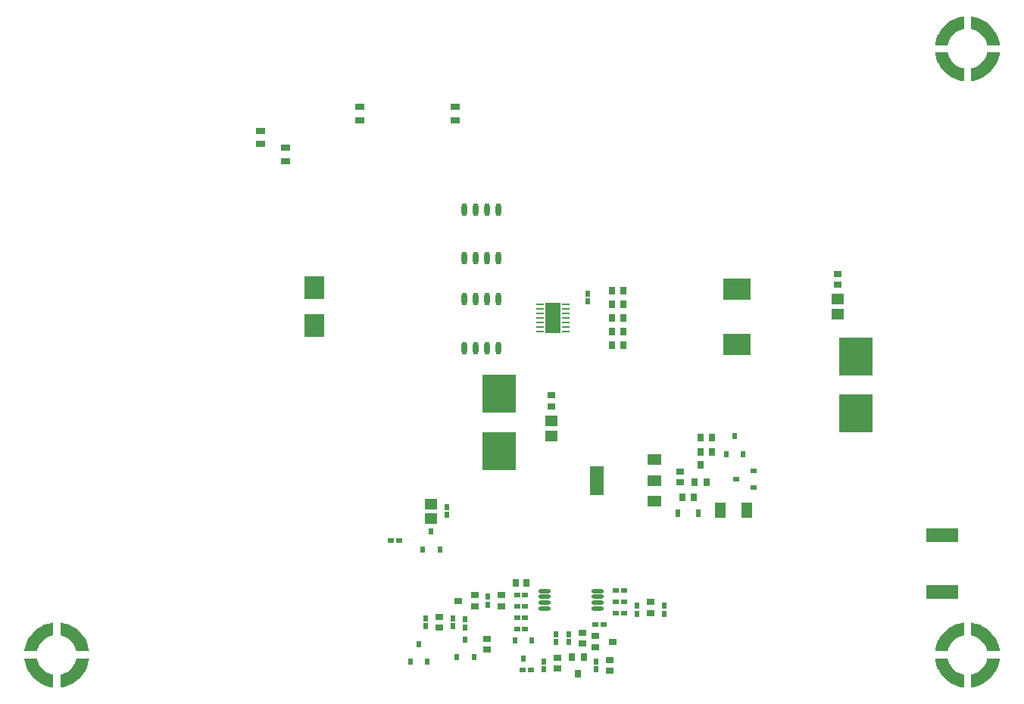
<source format=gbp>
G04*
G04 #@! TF.GenerationSoftware,Altium Limited,Altium Designer,24.1.2 (44)*
G04*
G04 Layer_Color=128*
%FSLAX44Y44*%
%MOMM*%
G71*
G04*
G04 #@! TF.SameCoordinates,2E5B26B1-033E-4B1C-A529-2162076C627E*
G04*
G04*
G04 #@! TF.FilePolarity,Positive*
G04*
G01*
G75*
%ADD29R,0.7000X0.6000*%
%ADD97R,3.8100X4.2418*%
%ADD98R,1.0000X0.8000*%
%ADD99O,1.4000X0.4500*%
%ADD100O,0.6000X1.4500*%
%ADD101R,0.6250X0.8300*%
%ADD102R,2.3000X2.5000*%
%ADD103R,1.4500X1.2000*%
%ADD104R,0.8500X0.7000*%
%ADD105R,3.6500X1.6000*%
%ADD106R,0.7500X0.8500*%
%ADD107R,3.1500X2.4500*%
%ADD108R,0.7000X0.9000*%
%ADD109R,1.6000X3.3000*%
%ADD110R,1.6000X1.2000*%
%ADD111R,1.8000X3.4000*%
%ADD112R,0.8048X0.2492*%
%ADD113R,1.3000X1.8000*%
%ADD114R,1.4000X1.3000*%
%ADD115R,0.9000X0.8000*%
%ADD116R,0.8000X0.9000*%
%ADD117R,0.6000X0.7000*%
%ADD118R,0.9000X0.7000*%
%ADD119R,0.8500X0.7500*%
G36*
X1055000Y741039D02*
X1055000Y741040D01*
X1053344Y740674D01*
X1050138Y739573D01*
X1047135Y738000D01*
X1044405Y735992D01*
X1042008Y733595D01*
X1040000Y730864D01*
X1038428Y727862D01*
X1037326Y724656D01*
X1036960Y723000D01*
Y723000D01*
X1022871D01*
X1022871Y723000D01*
X1023096Y725035D01*
X1024001Y729028D01*
X1025348Y732894D01*
X1027121Y736585D01*
X1029296Y740053D01*
X1031848Y743255D01*
X1034743Y746150D01*
X1037945Y748702D01*
X1041413Y750878D01*
X1045103Y752651D01*
X1048969Y753998D01*
X1052962Y754903D01*
X1054997Y755129D01*
X1055000D01*
Y741039D01*
D02*
G37*
G36*
X1065035Y754904D02*
X1069028Y753999D01*
X1072894Y752652D01*
X1076585Y750879D01*
X1080053Y748703D01*
X1083255Y746152D01*
X1086150Y743257D01*
X1088702Y740055D01*
X1090878Y736587D01*
X1092651Y732897D01*
X1093998Y729031D01*
X1094903Y725038D01*
X1095129Y723003D01*
Y723000D01*
X1081039D01*
X1081040Y723000D01*
X1080674Y724656D01*
X1079573Y727862D01*
X1078000Y730864D01*
X1075992Y733595D01*
X1073595Y735992D01*
X1070864Y738000D01*
X1067862Y739573D01*
X1064656Y740674D01*
X1063000Y741040D01*
X1063000Y741040D01*
X1063000D01*
Y755129D01*
X1063000D01*
X1065035Y754904D01*
D02*
G37*
G36*
X1095129Y715000D02*
X1094904Y712965D01*
X1093999Y708972D01*
X1092652Y705106D01*
X1090879Y701415D01*
X1088703Y697947D01*
X1086152Y694745D01*
X1083257Y691850D01*
X1080055Y689298D01*
X1076587Y687122D01*
X1072897Y685349D01*
X1069031Y684001D01*
X1065038Y683097D01*
X1063003Y682871D01*
X1063000Y682871D01*
Y696961D01*
X1063000Y696960D01*
X1064656Y697326D01*
X1067862Y698428D01*
X1070864Y700000D01*
X1073595Y702008D01*
X1075992Y704405D01*
X1078000Y707135D01*
X1079573Y710138D01*
X1080674Y713344D01*
X1081040Y715000D01*
X1081040D01*
Y715000D01*
X1095129D01*
Y715000D01*
D02*
G37*
G36*
X1036960Y715000D02*
X1037326Y713344D01*
X1038428Y710138D01*
X1040000Y707135D01*
X1042008Y704405D01*
X1044405Y702008D01*
X1047135Y700000D01*
X1050138Y698428D01*
X1053344Y697326D01*
X1055000Y696960D01*
X1055000D01*
Y682871D01*
X1055000Y682871D01*
X1052965Y683096D01*
X1048972Y684001D01*
X1045106Y685348D01*
X1041415Y687121D01*
X1037947Y689297D01*
X1034745Y691848D01*
X1031850Y694743D01*
X1029298Y697945D01*
X1027122Y701413D01*
X1025349Y705103D01*
X1024001Y708969D01*
X1023096Y712962D01*
X1022871Y714997D01*
X1022871Y715000D01*
X1036961D01*
X1036960Y715000D01*
D02*
G37*
G36*
X603630Y418830D02*
X587630D01*
Y433830D01*
X603630D01*
Y418830D01*
D02*
G37*
G36*
Y401830D02*
X587630D01*
Y416830D01*
X603630D01*
Y401830D01*
D02*
G37*
G36*
X1055000Y63039D02*
X1055000Y63040D01*
X1053344Y62674D01*
X1050138Y61572D01*
X1047135Y60000D01*
X1044405Y57992D01*
X1042008Y55595D01*
X1040000Y52864D01*
X1038428Y49862D01*
X1037326Y46656D01*
X1036960Y45000D01*
Y45000D01*
X1022871D01*
X1022871Y45000D01*
X1023096Y47035D01*
X1024001Y51028D01*
X1025348Y54894D01*
X1027121Y58585D01*
X1029296Y62053D01*
X1031848Y65255D01*
X1034743Y68150D01*
X1037945Y70702D01*
X1041413Y72878D01*
X1045103Y74651D01*
X1048969Y75999D01*
X1052962Y76903D01*
X1054997Y77129D01*
X1055000D01*
Y63039D01*
D02*
G37*
G36*
X37000D02*
X37000Y63040D01*
X35344Y62674D01*
X32138Y61572D01*
X29135Y60000D01*
X26405Y57992D01*
X24008Y55595D01*
X22000Y52864D01*
X20427Y49862D01*
X19326Y46656D01*
X18960Y45000D01*
Y45000D01*
X4871D01*
X4871Y45000D01*
X5096Y47035D01*
X6001Y51028D01*
X7348Y54894D01*
X9121Y58585D01*
X11296Y62053D01*
X13848Y65255D01*
X16743Y68150D01*
X19945Y70702D01*
X23413Y72878D01*
X27103Y74651D01*
X30969Y75999D01*
X34962Y76903D01*
X36997Y77129D01*
X37000D01*
Y63039D01*
D02*
G37*
G36*
X1065035Y76904D02*
X1069028Y75999D01*
X1072894Y74652D01*
X1076585Y72879D01*
X1080053Y70703D01*
X1083255Y68152D01*
X1086150Y65257D01*
X1088702Y62055D01*
X1090878Y58587D01*
X1092651Y54897D01*
X1093998Y51031D01*
X1094903Y47038D01*
X1095129Y45003D01*
Y45000D01*
X1081039D01*
X1081040Y45000D01*
X1080674Y46656D01*
X1079573Y49862D01*
X1078000Y52864D01*
X1075992Y55595D01*
X1073595Y57992D01*
X1070864Y60000D01*
X1067862Y61572D01*
X1064656Y62674D01*
X1063000Y63040D01*
X1063000Y63040D01*
X1063000D01*
Y77129D01*
X1063000D01*
X1065035Y76904D01*
D02*
G37*
G36*
X47035D02*
X51028Y75999D01*
X54894Y74652D01*
X58585Y72879D01*
X62053Y70703D01*
X65255Y68152D01*
X68150Y65257D01*
X70702Y62055D01*
X72878Y58587D01*
X74651Y54897D01*
X75999Y51031D01*
X76903Y47038D01*
X77129Y45003D01*
Y45000D01*
X63039D01*
X63040Y45000D01*
X62674Y46656D01*
X61572Y49862D01*
X60000Y52864D01*
X57992Y55595D01*
X55595Y57992D01*
X52864Y60000D01*
X49862Y61572D01*
X46656Y62674D01*
X45000Y63040D01*
X45000Y63040D01*
X45000D01*
Y77129D01*
X45000D01*
X47035Y76904D01*
D02*
G37*
G36*
X1095129Y37000D02*
X1094904Y34965D01*
X1093999Y30972D01*
X1092652Y27106D01*
X1090879Y23415D01*
X1088703Y19947D01*
X1086152Y16745D01*
X1083257Y13850D01*
X1080055Y11298D01*
X1076587Y9122D01*
X1072897Y7349D01*
X1069031Y6001D01*
X1065038Y5096D01*
X1063003Y4871D01*
X1063000Y4871D01*
Y18961D01*
X1063000Y18960D01*
X1064656Y19326D01*
X1067862Y20427D01*
X1070864Y22000D01*
X1073595Y24008D01*
X1075992Y26405D01*
X1078000Y29135D01*
X1079573Y32138D01*
X1080674Y35344D01*
X1081040Y37000D01*
X1081040D01*
Y37000D01*
X1095129D01*
Y37000D01*
D02*
G37*
G36*
X77129D02*
X76904Y34965D01*
X75999Y30972D01*
X74652Y27106D01*
X72879Y23415D01*
X70703Y19947D01*
X68152Y16745D01*
X65257Y13850D01*
X62055Y11298D01*
X58587Y9122D01*
X54897Y7349D01*
X51031Y6001D01*
X47038Y5096D01*
X45003Y4871D01*
X45000Y4871D01*
Y18961D01*
X45000Y18960D01*
X46656Y19326D01*
X49862Y20427D01*
X52864Y22000D01*
X55595Y24008D01*
X57992Y26405D01*
X60000Y29135D01*
X61572Y32138D01*
X62674Y35344D01*
X63040Y37000D01*
X63040D01*
Y37000D01*
X77129D01*
Y37000D01*
D02*
G37*
G36*
X1036960Y37000D02*
X1037326Y35344D01*
X1038428Y32138D01*
X1040000Y29135D01*
X1042008Y26405D01*
X1044405Y24008D01*
X1047135Y22000D01*
X1050138Y20427D01*
X1053344Y19326D01*
X1055000Y18960D01*
X1055000D01*
Y4871D01*
X1055000Y4871D01*
X1052965Y5096D01*
X1048972Y6001D01*
X1045106Y7348D01*
X1041415Y9121D01*
X1037947Y11296D01*
X1034745Y13848D01*
X1031850Y16743D01*
X1029298Y19945D01*
X1027122Y23413D01*
X1025349Y27103D01*
X1024001Y30969D01*
X1023096Y34962D01*
X1022871Y36997D01*
X1022871Y37000D01*
X1036961D01*
X1036960Y37000D01*
D02*
G37*
G36*
X18960D02*
X19326Y35344D01*
X20427Y32138D01*
X22000Y29135D01*
X24008Y26405D01*
X26405Y24008D01*
X29135Y22000D01*
X32138Y20427D01*
X35344Y19326D01*
X37000Y18960D01*
X37000D01*
Y4871D01*
X37000Y4871D01*
X34965Y5096D01*
X30972Y6001D01*
X27106Y7348D01*
X23415Y9121D01*
X19947Y11296D01*
X16745Y13848D01*
X13850Y16743D01*
X11298Y19945D01*
X9122Y23413D01*
X7349Y27103D01*
X6001Y30969D01*
X5096Y34962D01*
X4871Y36997D01*
X4871Y37000D01*
X18961D01*
X18960Y37000D01*
D02*
G37*
D29*
X564570Y82550D02*
D03*
X555570D02*
D03*
X800260Y237490D02*
D03*
X820260Y227990D02*
D03*
Y246990D02*
D03*
X414600Y168910D02*
D03*
X423600D02*
D03*
X666060Y113030D02*
D03*
X675060D02*
D03*
X666060Y87630D02*
D03*
X675060D02*
D03*
X675060Y100330D02*
D03*
X666060D02*
D03*
X643200Y74930D02*
D03*
X652200D02*
D03*
X555570Y107950D02*
D03*
X564570D02*
D03*
X561920Y24130D02*
D03*
X570920D02*
D03*
X555570Y95250D02*
D03*
X564570D02*
D03*
X555570Y69850D02*
D03*
X564570D02*
D03*
D97*
X934720Y311023D02*
D03*
Y374777D02*
D03*
X535940Y332867D02*
D03*
Y269113D02*
D03*
D98*
X379730Y653930D02*
D03*
Y638930D02*
D03*
X269240Y627260D02*
D03*
Y612260D02*
D03*
X297180Y593210D02*
D03*
Y608210D02*
D03*
X486410Y638930D02*
D03*
Y653930D02*
D03*
D99*
X645450Y112620D02*
D03*
Y106120D02*
D03*
Y99620D02*
D03*
Y93120D02*
D03*
X586450Y112620D02*
D03*
Y106120D02*
D03*
Y99620D02*
D03*
Y93120D02*
D03*
D100*
X496570Y539060D02*
D03*
X509270D02*
D03*
X521970D02*
D03*
X534670D02*
D03*
X496570Y484560D02*
D03*
X509270D02*
D03*
X521970D02*
D03*
X534670D02*
D03*
X496570Y438730D02*
D03*
X509270D02*
D03*
X521970D02*
D03*
X534670D02*
D03*
X496570Y384230D02*
D03*
X509270D02*
D03*
X521970D02*
D03*
X534670D02*
D03*
D101*
X757885Y199390D02*
D03*
X735635D02*
D03*
D102*
X328930Y409120D02*
D03*
Y452120D02*
D03*
D103*
X914400Y422030D02*
D03*
Y439030D02*
D03*
X594360Y303140D02*
D03*
Y286140D02*
D03*
D104*
X914400Y454760D02*
D03*
Y467260D02*
D03*
X594360Y331370D02*
D03*
Y318870D02*
D03*
D105*
X1031240Y111680D02*
D03*
Y175180D02*
D03*
D106*
X740760Y217170D02*
D03*
X752760D02*
D03*
X662020Y433070D02*
D03*
X674020D02*
D03*
X662020Y387350D02*
D03*
X674020D02*
D03*
X662020Y417830D02*
D03*
X674020D02*
D03*
X662020Y402590D02*
D03*
X674020D02*
D03*
X662020Y448310D02*
D03*
X674020D02*
D03*
X761080Y267970D02*
D03*
X773080D02*
D03*
X761080Y284480D02*
D03*
X773080D02*
D03*
D107*
X801370Y388100D02*
D03*
Y450100D02*
D03*
D108*
X767230Y234340D02*
D03*
X754230D02*
D03*
X760730Y253340D02*
D03*
X623570Y19710D02*
D03*
X630070Y38710D02*
D03*
X617070D02*
D03*
D109*
X644910Y236220D02*
D03*
D110*
X708910Y213220D02*
D03*
Y236220D02*
D03*
Y259220D02*
D03*
D111*
X595630Y417830D02*
D03*
D112*
X610154Y402830D02*
D03*
Y407830D02*
D03*
Y412830D02*
D03*
Y417830D02*
D03*
Y422830D02*
D03*
Y427830D02*
D03*
Y432830D02*
D03*
X581106D02*
D03*
Y427830D02*
D03*
Y422830D02*
D03*
Y417830D02*
D03*
Y412830D02*
D03*
Y407830D02*
D03*
Y402830D02*
D03*
D113*
X812060Y203200D02*
D03*
X783060D02*
D03*
D114*
X459740Y193930D02*
D03*
Y209930D02*
D03*
D115*
X628650Y65940D02*
D03*
Y53440D02*
D03*
X704850Y87730D02*
D03*
Y100230D02*
D03*
X659130Y35460D02*
D03*
Y22960D02*
D03*
X538480Y107850D02*
D03*
Y95350D02*
D03*
X600710Y38000D02*
D03*
Y25500D02*
D03*
X468630Y83720D02*
D03*
Y71220D02*
D03*
D116*
X553820Y121920D02*
D03*
X566320D02*
D03*
D117*
X469240Y158910D02*
D03*
X450240D02*
D03*
X459740Y178910D02*
D03*
X798830Y285590D02*
D03*
X789330Y265590D02*
D03*
X808330D02*
D03*
X497840Y58260D02*
D03*
X488340Y38260D02*
D03*
X507340D02*
D03*
X553110Y56990D02*
D03*
X572110D02*
D03*
X562610Y36990D02*
D03*
X445770Y53180D02*
D03*
X436270Y33180D02*
D03*
X455270D02*
D03*
X635000Y445190D02*
D03*
Y436190D02*
D03*
X477520Y206430D02*
D03*
Y197430D02*
D03*
X720090Y86940D02*
D03*
Y95940D02*
D03*
X497840Y80700D02*
D03*
Y71700D02*
D03*
X689610Y95940D02*
D03*
Y86940D02*
D03*
X643890Y24710D02*
D03*
Y33710D02*
D03*
X523240Y97100D02*
D03*
Y106100D02*
D03*
X453390Y72970D02*
D03*
Y81970D02*
D03*
X585470Y24710D02*
D03*
Y33710D02*
D03*
X483870Y72970D02*
D03*
Y81970D02*
D03*
X613410Y55190D02*
D03*
Y64190D02*
D03*
X599440Y64190D02*
D03*
Y55190D02*
D03*
D118*
X489610Y101600D02*
D03*
X508610Y95100D02*
D03*
Y108100D02*
D03*
X662280Y55880D02*
D03*
X643280Y62380D02*
D03*
Y49380D02*
D03*
D119*
X737870Y246030D02*
D03*
Y234030D02*
D03*
X521970Y47340D02*
D03*
Y59340D02*
D03*
M02*

</source>
